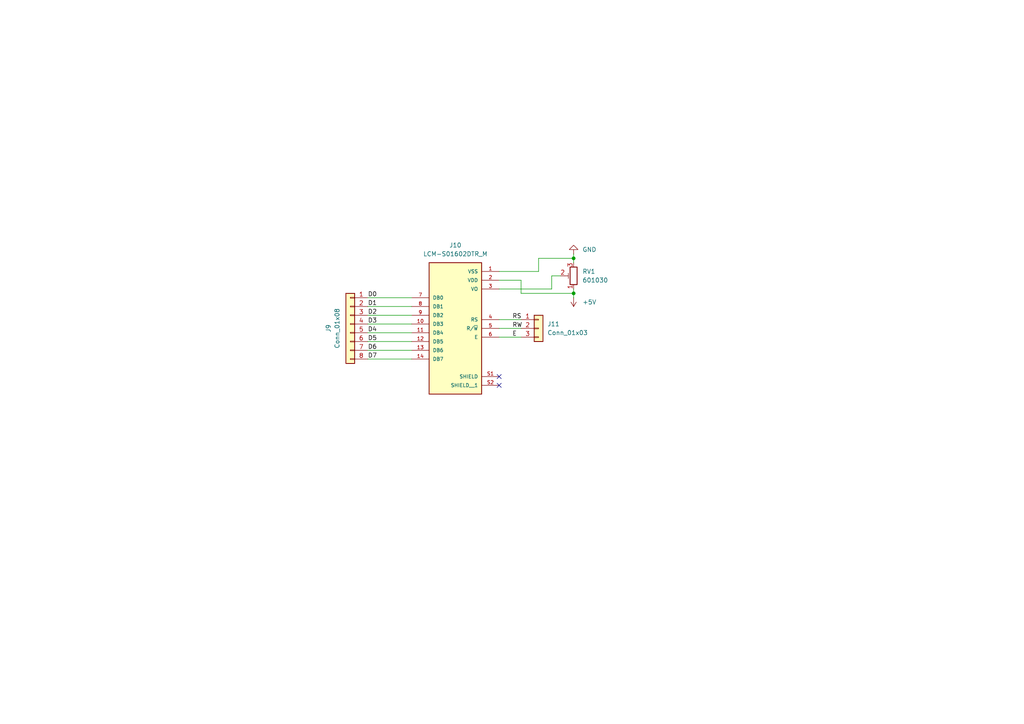
<source format=kicad_sch>
(kicad_sch (version 20250114) (generator "eeschema") (generator_version "9.0")
  (paper "A4")
  (lib_symbols
    (symbol "Connector_Generic:Conn_01x03" (pin_names (offset 1.016) (hide yes))
      (property "Reference" "J" (at 0 5.08 0))
      (property "Value" "Conn_01x03" (at 0 -5.08 0))
      (symbol "Conn_01x03_1_1"
        (rectangle (start -1.27 3.81) (end 1.27 -3.81) (stroke (width 0.254)) (fill (type background)))
        (rectangle (start -1.27 2.667) (end 0 2.413) (stroke (width 0.1524)))
        (rectangle (start -1.27 0.127) (end 0 -0.127) (stroke (width 0.1524)))
        (rectangle (start -1.27 -2.413) (end 0 -2.667) (stroke (width 0.1524)))
        (pin passive line (at -5.08 2.54 0) (length 3.81) (name "Pin_1") (number "1"))
        (pin passive line (at -5.08 0 0) (length 3.81) (name "Pin_2") (number "2"))
        (pin passive line (at -5.08 -2.54 0) (length 3.81) (name "Pin_3") (number "3"))
      )
    )
    (symbol "Connector_Generic:Conn_01x08" (pin_names (offset 1.016) (hide yes))
      (property "Reference" "J" (at 0 10.16 0))
      (property "Value" "Conn_01x08" (at 0 -12.7 0))
      (symbol "Conn_01x08_1_1"
        (rectangle (start -1.27 8.89) (end 1.27 -11.43) (stroke (width 0.254)) (fill (type background)))
        (rectangle (start -1.27 7.747) (end 0 7.493) (stroke (width 0.1524)))
        (rectangle (start -1.27 5.207) (end 0 4.953) (stroke (width 0.1524)))
        (rectangle (start -1.27 2.667) (end 0 2.413) (stroke (width 0.1524)))
        (rectangle (start -1.27 0.127) (end 0 -0.127) (stroke (width 0.1524)))
        (rectangle (start -1.27 -2.413) (end 0 -2.667) (stroke (width 0.1524)))
        (rectangle (start -1.27 -4.953) (end 0 -5.207) (stroke (width 0.1524)))
        (rectangle (start -1.27 -7.493) (end 0 -7.747) (stroke (width 0.1524)))
        (rectangle (start -1.27 -10.033) (end 0 -10.287) (stroke (width 0.1524)))
        (pin passive line (at -5.08 7.62 0) (length 3.81) (name "Pin_1") (number "1"))
        (pin passive line (at -5.08 5.08 0) (length 3.81) (name "Pin_2") (number "2"))
        (pin passive line (at -5.08 2.54 0) (length 3.81) (name "Pin_3") (number "3"))
        (pin passive line (at -5.08 0 0) (length 3.81) (name "Pin_4") (number "4"))
        (pin passive line (at -5.08 -2.54 0) (length 3.81) (name "Pin_5") (number "5"))
        (pin passive line (at -5.08 -5.08 0) (length 3.81) (name "Pin_6") (number "6"))
        (pin passive line (at -5.08 -7.62 0) (length 3.81) (name "Pin_7") (number "7"))
        (pin passive line (at -5.08 -10.16 0) (length 3.81) (name "Pin_8") (number "8"))
      )
    )
    (symbol "Device:R_Potentiometer_Trim" (pin_names (offset 1.016) (hide yes))
      (property "Reference" "RV" (at -4.445 0 90))
      (property "Value" "R_Potentiometer_Trim" (at -2.54 0 90))
      (symbol "R_Potentiometer_Trim_0_1"
        (rectangle (start 1.016 2.54) (end -1.016 -2.54) (stroke (width 0.254)))
        (polyline (pts (xy 1.524 0.762) (xy 1.524 -0.762)))
        (polyline (pts (xy 2.54 0) (xy 1.524 0)))
      )
      (symbol "R_Potentiometer_Trim_1_1"
        (pin passive line (at 0 3.81 270) (length 1.27) (name "1") (number "1"))
        (pin passive line (at 0 -3.81 90) (length 1.27) (name "3") (number "3"))
        (pin passive line (at 3.81 0 180) (length 1.27) (name "2") (number "2"))
      )
    )
    (symbol "LCM-S01602DTR_M:LCM-S01602DTR_M" (pin_names (offset 1.016))
      (property "Reference" "J10" (at 0 22.86 0))
      (property "Value" "LCM-S01602DTR_M" (at 0 20.32 0))
      (symbol "LCM-S01602DTR_M_0_0"
        (rectangle (start -7.62 -20.32) (end 7.62 17.78) (stroke (width 0.254)) (fill (type background)))
        (pin bidirectional line (at -12.7 7.62 0) (length 5.08) (name "DB0") (number "7"))
        (pin bidirectional line (at -12.7 5.08 0) (length 5.08) (name "DB1") (number "8"))
        (pin bidirectional line (at -12.7 2.54 0) (length 5.08) (name "DB2") (number "9"))
        (pin bidirectional line (at -12.7 0 0) (length 5.08) (name "DB3") (number "10"))
        (pin bidirectional line (at -12.7 -2.54 0) (length 5.08) (name "DB4") (number "11"))
        (pin bidirectional line (at -12.7 -5.08 0) (length 5.08) (name "DB5") (number "12"))
        (pin bidirectional line (at -12.7 -7.62 0) (length 5.08) (name "DB6") (number "13"))
        (pin bidirectional line (at -12.7 -10.16 0) (length 5.08) (name "DB7") (number "14"))
        (pin power_in line (at 12.7 15.24 180) (length 5.08) (name "VSS") (number "1"))
        (pin power_in line (at 12.7 12.7 180) (length 5.08) (name "VDD") (number "2"))
        (pin passive line (at 12.7 10.16 180) (length 5.08) (name "VO") (number "3"))
        (pin input line (at 12.7 1.27 180) (length 5.08) (name "RS") (number "4"))
        (pin input line (at 12.7 -1.27 180) (length 5.08) (name "R/~{W}") (number "5"))
        (pin input line (at 12.7 -3.81 180) (length 5.08) (name "E") (number "6"))
        (pin passive line (at 12.7 -15.24 180) (length 5.08) (name "SHIELD") (number "S1"))
        (pin passive line (at 12.7 -17.78 180) (length 5.08) (name "SHIELD__1") (number "S2"))
      )
    )
    (symbol "power:+5V" (power) (pin_numbers (hide yes)) (pin_names (offset 0) (hide yes))
      (property "Value" "+5V" (at 0 3.556 0))
      (symbol "+5V_0_1"
        (polyline (pts (xy -0.762 1.27) (xy 0 2.54)))
        (polyline (pts (xy 0 2.54) (xy 0.762 1.27)))
        (polyline (pts (xy 0 0) (xy 0 2.54)))
      )
      (symbol "+5V_1_1"
        (pin power_in line (at 0 0 90) (length 0) (name "~") (number "1"))
      )
    )
    (symbol "power:GND" (power) (pin_numbers (hide yes)) (pin_names (offset 0) (hide yes))
      (property "Value" "GND" (at 0 -3.81 0))
      (symbol "GND_0_1"
        (polyline (pts (xy 0 0) (xy 0 -1.27) (xy 1.27 -1.27) (xy 0 -2.54) (xy -1.27 -1.27) (xy 0 -1.27)))
      )
      (symbol "GND_1_1"
        (pin power_in line (at 0 0 270) (length 0) (name "~") (number "1"))
      )
    )
  )
  (junction (at 166.37 85.09))
  (junction (at 166.37 74.93))
  (no_connect (at 144.78 109.22))
  (no_connect (at 144.78 111.76))
  (wire (pts (xy 106.68 99.06) (xy 119.38 99.06)))
  (wire (pts (xy 160.02 83.82) (xy 160.02 80.01)))
  (wire (pts (xy 106.68 86.36) (xy 119.38 86.36)))
  (wire (pts (xy 156.21 74.93) (xy 166.37 74.93)))
  (wire (pts (xy 106.68 101.6) (xy 119.38 101.6)))
  (wire (pts (xy 106.68 96.52) (xy 119.38 96.52)))
  (wire (pts (xy 144.78 95.25) (xy 151.13 95.25)))
  (wire (pts (xy 156.21 78.74) (xy 156.21 74.93)))
  (wire (pts (xy 166.37 74.93) (xy 166.37 76.2)))
  (wire (pts (xy 166.37 85.09) (xy 166.37 86.36)))
  (wire (pts (xy 151.13 85.09) (xy 166.37 85.09)))
  (wire (pts (xy 106.68 88.9) (xy 119.38 88.9)))
  (wire (pts (xy 151.13 81.28) (xy 151.13 85.09)))
  (wire (pts (xy 144.78 81.28) (xy 151.13 81.28)))
  (wire (pts (xy 144.78 78.74) (xy 156.21 78.74)))
  (wire (pts (xy 106.68 91.44) (xy 119.38 91.44)))
  (wire (pts (xy 166.37 73.66) (xy 166.37 74.93)))
  (wire (pts (xy 106.68 104.14) (xy 119.38 104.14)))
  (wire (pts (xy 144.78 97.79) (xy 151.13 97.79)))
  (wire (pts (xy 144.78 83.82) (xy 160.02 83.82)))
  (wire (pts (xy 160.02 80.01) (xy 162.56 80.01)))
  (wire (pts (xy 144.78 92.71) (xy 151.13 92.71)))
  (wire (pts (xy 166.37 83.82) (xy 166.37 85.09)))
  (wire (pts (xy 106.68 93.98) (xy 119.38 93.98)))
  (label "D5" (at 106.68 99.06 0))
  (label "D1" (at 106.68 88.9 0))
  (label "D2" (at 106.68 91.44 0))
  (label "RS" (at 148.59 92.71 0))
  (label "D7" (at 106.68 104.14 0))
  (label "D3" (at 106.68 93.98 0))
  (label "RW" (at 148.59 95.25 0))
  (label "D6" (at 106.68 101.6 0))
  (label "D4" (at 106.68 96.52 0))
  (label "D0" (at 106.68 86.36 0))
  (label "E" (at 148.59 97.79 0))
  (symbol (lib_id "power:+5V") (at 166.37 86.36 180) (unit 1)
    (property "Reference" "#PWR014" (effects (hide yes)))
    (property "Value" "+5V" (at 168.91 87.6299 0) (effects (justify right)))
    (property "Description" "Power symbol creates a global label with name \"+5V\"" (effects (hide yes)))
  )
  (symbol (lib_id "Connector_Generic:Conn_01x03") (at 156.21 95.25 0) (unit 1)
    (property "Reference" "J11" (at 158.75 93.9799 0) (effects (justify left)))
    (property "Value" "Conn_01x03" (at 158.75 96.5199 0) (effects (justify left)))
    (property "Footprint" "Connector_PinHeader_2.54mm:PinHeader_1x03_P2.54mm_Vertical" (effects (hide yes)))
    (property "Description" "Generic connector, single row, 01x03, script generated (kicad-library-utils/schlib/autogen/connector/)" (effects (hide yes)))
  )
  (symbol (lib_id "Connector_Generic:Conn_01x08") (at 101.6 93.98 0) (mirror y) (unit 1)
    (property "Reference" "J9" (at 95.25 95.25 90))
    (property "Value" "Conn_01x08" (at 97.79 95.25 90))
    (property "Footprint" "Connector_PinHeader_2.54mm:PinHeader_1x08_P2.54mm_Vertical" (effects (hide yes)))
    (property "Description" "Generic connector, single row, 01x08, script generated (kicad-library-utils/schlib/autogen/connector/)" (effects (hide yes)))
  )
  (symbol (lib_id "power:GND") (at 166.37 73.66 180) (unit 1)
    (property "Reference" "#PWR015" (effects (hide yes)))
    (property "Value" "GND" (at 168.91 72.3899 0) (effects (justify right)))
    (property "Description" "Power symbol creates a global label with name \"GND\" , ground" (effects (hide yes)))
  )
  (symbol (lib_id "LCM-S01602DTR_M:LCM-S01602DTR_M") (at 132.08 93.98 0) (unit 1)
    (property "Reference" "J10" (at 132.08 71.12 0))
    (property "Value" "LCM-S01602DTR_M" (at 132.08 73.66 0))
    (property "Footprint" "imports:LCD_LCM-S01602DTR_M" (effects (hide yes)))
    (property "PARTREV" "9/11/02" (effects (hide yes)))
    (property "STANDARD" "Manufacturer Recommendations" (effects (hide yes)))
    (property "MAXIMUM_PACKAGE_HEIGHT" "7.00mm" (effects (hide yes)))
    (property "MANUFACTURER" "LUMEX" (effects (hide yes)))
  )
  (symbol (lib_id "Device:R_Potentiometer_Trim") (at 166.37 80.01 180) (unit 1)
    (property "Reference" "RV1" (at 168.91 78.7399 0) (effects (justify right)))
    (property "Value" "601030" (at 168.91 81.2799 0) (effects (justify right)))
    (property "Footprint" "imports:601030_AVX" (effects (hide yes)))
    (property "Description" "Trim-potentiometer" (effects (hide yes)))
  )
)
</source>
